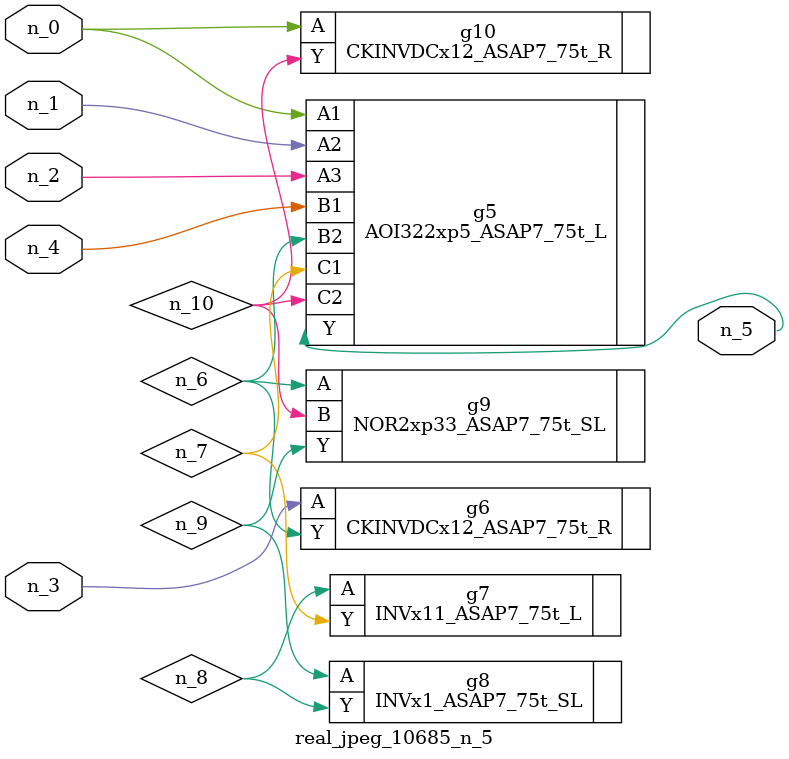
<source format=v>
module real_jpeg_10685_n_5 (n_4, n_0, n_1, n_2, n_3, n_5);

input n_4;
input n_0;
input n_1;
input n_2;
input n_3;

output n_5;

wire n_8;
wire n_6;
wire n_7;
wire n_10;
wire n_9;

AOI322xp5_ASAP7_75t_L g5 ( 
.A1(n_0),
.A2(n_1),
.A3(n_2),
.B1(n_4),
.B2(n_6),
.C1(n_7),
.C2(n_10),
.Y(n_5)
);

CKINVDCx12_ASAP7_75t_R g10 ( 
.A(n_0),
.Y(n_10)
);

CKINVDCx12_ASAP7_75t_R g6 ( 
.A(n_3),
.Y(n_6)
);

NOR2xp33_ASAP7_75t_SL g9 ( 
.A(n_6),
.B(n_10),
.Y(n_9)
);

INVx11_ASAP7_75t_L g7 ( 
.A(n_8),
.Y(n_7)
);

INVx1_ASAP7_75t_SL g8 ( 
.A(n_9),
.Y(n_8)
);


endmodule
</source>
